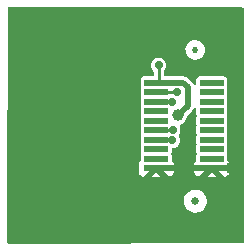
<source format=gbr>
%TF.GenerationSoftware,KiCad,Pcbnew,7.0.5*%
%TF.CreationDate,2023-06-07T18:50:11+03:00*%
%TF.ProjectId,DIRECT_I2C__1,44495245-4354-45f4-9932-435fb1312e6b,rev?*%
%TF.SameCoordinates,Original*%
%TF.FileFunction,Copper,L2,Bot*%
%TF.FilePolarity,Positive*%
%FSLAX46Y46*%
G04 Gerber Fmt 4.6, Leading zero omitted, Abs format (unit mm)*
G04 Created by KiCad (PCBNEW 7.0.5) date 2023-06-07 18:50:11*
%MOMM*%
%LPD*%
G01*
G04 APERTURE LIST*
%TA.AperFunction,SMDPad,CuDef*%
%ADD10R,2.000000X0.500000*%
%TD*%
%TA.AperFunction,ComponentPad*%
%ADD11C,0.675000*%
%TD*%
%TA.AperFunction,ComponentPad*%
%ADD12C,0.525000*%
%TD*%
%TA.AperFunction,ViaPad*%
%ADD13C,1.000000*%
%TD*%
%TA.AperFunction,ViaPad*%
%ADD14C,0.700000*%
%TD*%
%TA.AperFunction,Conductor*%
%ADD15C,0.500000*%
%TD*%
%TA.AperFunction,Conductor*%
%ADD16C,0.250000*%
%TD*%
G04 APERTURE END LIST*
D10*
%TO.P,H1,1*%
%TO.N,GND*%
X117540000Y-92380000D03*
%TO.P,H1,2*%
%TO.N,unconnected-(H1-Pad2)*%
X117540000Y-91580000D03*
%TO.P,H1,3*%
%TO.N,unconnected-(H1-Pad3)*%
X117540000Y-90780000D03*
%TO.P,H1,4*%
%TO.N,/I2C_SDA_OUT*%
X117540000Y-89980000D03*
%TO.P,H1,5*%
%TO.N,/I2C_SCL_OUT*%
X117540000Y-89180000D03*
%TO.P,H1,6*%
%TO.N,unconnected-(H1-Pad6)*%
X117540000Y-88380000D03*
%TO.P,H1,7*%
%TO.N,unconnected-(H1-Pad7)*%
X117540000Y-87580000D03*
%TO.P,H1,8*%
%TO.N,/I2C_SCL*%
X117540000Y-86780000D03*
%TO.P,H1,9*%
%TO.N,/I2C_SDA*%
X117540000Y-85980000D03*
%TO.P,H1,10*%
%TO.N,/VCC3*%
X117540000Y-85180000D03*
%TO.P,H1,11*%
%TO.N,unconnected-(H1-Pad11)*%
X122240000Y-85180000D03*
%TO.P,H1,12*%
%TO.N,unconnected-(H1-Pad12)*%
X122240000Y-85980000D03*
%TO.P,H1,13*%
%TO.N,unconnected-(H1-Pad13)*%
X122240000Y-86780000D03*
%TO.P,H1,14*%
%TO.N,unconnected-(H1-Pad14)*%
X122240000Y-87580000D03*
%TO.P,H1,15*%
%TO.N,unconnected-(H1-Pad15)*%
X122240000Y-88380000D03*
%TO.P,H1,16*%
%TO.N,unconnected-(H1-Pad16)*%
X122240000Y-89180000D03*
%TO.P,H1,17*%
%TO.N,unconnected-(H1-Pad17)*%
X122240000Y-89980000D03*
%TO.P,H1,18*%
%TO.N,unconnected-(H1-Pad18)*%
X122240000Y-90780000D03*
%TO.P,H1,19*%
%TO.N,unconnected-(H1-Pad19)*%
X122240000Y-91580000D03*
%TO.P,H1,20*%
%TO.N,GND*%
X122240000Y-92380000D03*
D11*
%TO.P,H1,MH1*%
%TO.N,N/C*%
X120840000Y-95180000D03*
D12*
%TO.P,H1,MH2*%
X120840000Y-82380000D03*
%TD*%
D13*
%TO.N,/VCC3*%
X119370000Y-87920000D03*
D14*
X117735000Y-83695000D03*
D13*
%TO.N,GND*%
X123830000Y-92380000D03*
D14*
%TO.N,/I2C_SDA*%
X119319199Y-85979500D03*
%TO.N,/I2C_SCL*%
X118910000Y-86780000D03*
%TO.N,/I2C_SCL_OUT*%
X118934698Y-89145953D03*
%TO.N,/I2C_SDA_OUT*%
X118911744Y-90045162D03*
%TD*%
D15*
%TO.N,/VCC3*%
X119410000Y-87920000D02*
X120210000Y-87120000D01*
X120210000Y-87120000D02*
X120210000Y-85560000D01*
X119370000Y-87920000D02*
X119410000Y-87920000D01*
X119830000Y-85180000D02*
X117540000Y-85180000D01*
D16*
X117735000Y-85180000D02*
X119000000Y-85180000D01*
D15*
X120210000Y-85560000D02*
X119830000Y-85180000D01*
X119370000Y-87960000D02*
X119360000Y-87970000D01*
X119360000Y-87970000D02*
X119350000Y-87970000D01*
D16*
X117735000Y-83695000D02*
X117735000Y-85180000D01*
D15*
X119370000Y-87920000D02*
X119370000Y-87960000D01*
%TO.N,GND*%
X117540000Y-92380000D02*
X123830000Y-92380000D01*
D16*
%TO.N,/I2C_SDA*%
X119319199Y-85979500D02*
X119318699Y-85980000D01*
X119318699Y-85980000D02*
X117540000Y-85980000D01*
%TO.N,/I2C_SCL*%
X118910000Y-86780000D02*
X117540000Y-86780000D01*
%TO.N,/I2C_SCL_OUT*%
X117574047Y-89145953D02*
X117540000Y-89180000D01*
X118934698Y-89145953D02*
X117574047Y-89145953D01*
%TO.N,/I2C_SDA_OUT*%
X118911744Y-90045162D02*
X117605162Y-90045162D01*
X117605162Y-90045162D02*
X117540000Y-89980000D01*
%TD*%
%TA.AperFunction,Conductor*%
%TO.N,GND*%
G36*
X124882539Y-78800185D02*
G01*
X124928294Y-78852989D01*
X124939500Y-78904500D01*
X124939500Y-79779531D01*
X124930061Y-98646123D01*
X124910343Y-98713153D01*
X124857516Y-98758881D01*
X124806123Y-98770061D01*
X105939469Y-98779500D01*
X105064500Y-98779500D01*
X104997461Y-98759815D01*
X104951706Y-98707011D01*
X104940500Y-98655500D01*
X104940500Y-97780031D01*
X104941775Y-95229663D01*
X119860728Y-95229663D01*
X119890768Y-95425764D01*
X119890771Y-95425777D01*
X119959673Y-95611815D01*
X119959677Y-95611824D01*
X120064616Y-95780184D01*
X120064621Y-95780191D01*
X120201306Y-95923983D01*
X120201309Y-95923986D01*
X120364146Y-96037324D01*
X120546465Y-96115563D01*
X120740801Y-96155500D01*
X120889474Y-96155500D01*
X121037380Y-96140459D01*
X121109478Y-96117838D01*
X121226678Y-96081067D01*
X121400146Y-95984784D01*
X121550682Y-95855553D01*
X121672122Y-95698666D01*
X121759495Y-95520544D01*
X121809224Y-95328480D01*
X121819272Y-95130337D01*
X121789230Y-94934227D01*
X121720325Y-94748180D01*
X121720322Y-94748175D01*
X121615383Y-94579815D01*
X121615378Y-94579808D01*
X121478693Y-94436016D01*
X121478692Y-94436015D01*
X121315853Y-94322675D01*
X121133535Y-94244437D01*
X120939199Y-94204500D01*
X120790527Y-94204500D01*
X120790526Y-94204500D01*
X120642619Y-94219540D01*
X120453329Y-94278930D01*
X120453320Y-94278934D01*
X120279852Y-94375217D01*
X120279851Y-94375217D01*
X120129319Y-94504445D01*
X120129317Y-94504446D01*
X120007879Y-94661331D01*
X120007877Y-94661335D01*
X119920503Y-94839459D01*
X119870777Y-95031511D01*
X119870776Y-95031517D01*
X119860728Y-95229662D01*
X119860728Y-95229663D01*
X104941775Y-95229663D01*
X104942825Y-93129999D01*
X117143552Y-93129999D01*
X117143553Y-93130000D01*
X117936447Y-93130000D01*
X117936447Y-93129999D01*
X121843552Y-93129999D01*
X121843553Y-93130000D01*
X122636447Y-93130000D01*
X122636447Y-93129999D01*
X122240000Y-92733553D01*
X121843552Y-93129999D01*
X117936447Y-93129999D01*
X117540000Y-92733553D01*
X117143552Y-93129999D01*
X104942825Y-93129999D01*
X104943051Y-92677844D01*
X116040000Y-92677844D01*
X116046401Y-92737372D01*
X116046403Y-92737379D01*
X116096645Y-92872086D01*
X116096649Y-92872093D01*
X116182809Y-92987187D01*
X116182812Y-92987190D01*
X116297906Y-93073350D01*
X116297913Y-93073354D01*
X116432621Y-93123596D01*
X116432626Y-93123598D01*
X116441856Y-93124589D01*
X117399628Y-92166818D01*
X117460951Y-92133333D01*
X117487304Y-92130499D01*
X117592691Y-92130499D01*
X117659729Y-92150184D01*
X117680371Y-92166818D01*
X118638141Y-93124589D01*
X118647374Y-93123598D01*
X118782086Y-93073354D01*
X118782093Y-93073350D01*
X118897187Y-92987190D01*
X118897190Y-92987187D01*
X118983350Y-92872093D01*
X118983354Y-92872086D01*
X119033596Y-92737379D01*
X119033598Y-92737372D01*
X119039999Y-92677844D01*
X119040000Y-92677827D01*
X119040000Y-92082172D01*
X119039999Y-92082155D01*
X119033598Y-92022627D01*
X119033596Y-92022620D01*
X118983354Y-91887913D01*
X118983352Y-91887911D01*
X118897190Y-91772813D01*
X118897185Y-91772807D01*
X118890185Y-91767567D01*
X118848316Y-91711632D01*
X118840499Y-91668306D01*
X118840499Y-91285136D01*
X118840497Y-91285117D01*
X118837586Y-91260013D01*
X118837585Y-91260011D01*
X118837585Y-91260009D01*
X118824371Y-91230083D01*
X118815300Y-91160808D01*
X118824369Y-91129919D01*
X118837585Y-91099991D01*
X118840500Y-91074865D01*
X118840499Y-90819660D01*
X118860183Y-90752623D01*
X118912987Y-90706868D01*
X118964499Y-90695662D01*
X118990729Y-90695662D01*
X119144109Y-90657858D01*
X119283984Y-90584445D01*
X119402227Y-90479692D01*
X119491964Y-90349685D01*
X119547981Y-90201980D01*
X119567022Y-90045162D01*
X119547981Y-89888344D01*
X119491964Y-89740639D01*
X119451918Y-89682623D01*
X119430036Y-89616270D01*
X119447501Y-89548618D01*
X119451903Y-89541767D01*
X119514918Y-89450476D01*
X119570935Y-89302771D01*
X119589976Y-89145953D01*
X119570935Y-88989135D01*
X119518508Y-88850898D01*
X119513142Y-88781237D01*
X119546289Y-88719731D01*
X119593497Y-88689887D01*
X119636419Y-88674868D01*
X119719522Y-88645789D01*
X119872262Y-88549816D01*
X119999816Y-88422262D01*
X120095789Y-88269522D01*
X120155368Y-88099255D01*
X120156960Y-88085131D01*
X120169061Y-87977722D01*
X120196127Y-87913307D01*
X120204590Y-87903933D01*
X120591894Y-87516629D01*
X120593360Y-87515212D01*
X120641044Y-87470680D01*
X120664049Y-87432847D01*
X120667606Y-87427622D01*
X120694361Y-87392342D01*
X120700145Y-87377671D01*
X120743049Y-87322528D01*
X120808957Y-87299334D01*
X120876941Y-87315453D01*
X120925419Y-87365769D01*
X120939500Y-87423161D01*
X120939500Y-87874856D01*
X120939502Y-87874882D01*
X120942413Y-87899985D01*
X120942413Y-87899986D01*
X120942414Y-87899990D01*
X120942415Y-87899991D01*
X120955626Y-87929912D01*
X120955628Y-87929915D01*
X120964697Y-87999194D01*
X120955628Y-88030083D01*
X120942415Y-88060008D01*
X120939500Y-88085131D01*
X120939500Y-88674856D01*
X120939502Y-88674882D01*
X120942413Y-88699985D01*
X120942413Y-88699986D01*
X120942414Y-88699990D01*
X120942415Y-88699991D01*
X120955626Y-88729912D01*
X120955628Y-88729915D01*
X120964697Y-88799194D01*
X120955628Y-88830083D01*
X120942415Y-88860008D01*
X120939500Y-88885131D01*
X120939500Y-89474856D01*
X120939502Y-89474882D01*
X120942413Y-89499985D01*
X120942413Y-89499986D01*
X120942414Y-89499990D01*
X120942415Y-89499991D01*
X120955626Y-89529912D01*
X120955628Y-89529915D01*
X120964697Y-89599194D01*
X120955628Y-89630083D01*
X120942415Y-89660008D01*
X120939500Y-89685131D01*
X120939500Y-90274856D01*
X120939502Y-90274882D01*
X120942413Y-90299985D01*
X120942413Y-90299986D01*
X120942414Y-90299990D01*
X120942415Y-90299991D01*
X120955626Y-90329912D01*
X120955628Y-90329915D01*
X120964697Y-90399194D01*
X120955628Y-90430083D01*
X120942415Y-90460008D01*
X120939500Y-90485131D01*
X120939500Y-91074856D01*
X120939502Y-91074882D01*
X120942413Y-91099985D01*
X120942413Y-91099986D01*
X120942414Y-91099990D01*
X120942415Y-91099991D01*
X120955626Y-91129912D01*
X120955628Y-91129915D01*
X120964697Y-91199194D01*
X120955628Y-91230083D01*
X120942415Y-91260008D01*
X120939500Y-91285131D01*
X120939500Y-91668303D01*
X120919815Y-91735342D01*
X120889815Y-91767566D01*
X120882818Y-91772804D01*
X120882808Y-91772814D01*
X120796649Y-91887906D01*
X120796645Y-91887913D01*
X120746403Y-92022620D01*
X120746401Y-92022627D01*
X120740000Y-92082155D01*
X120740000Y-92677844D01*
X120746401Y-92737372D01*
X120746403Y-92737379D01*
X120796645Y-92872086D01*
X120796649Y-92872093D01*
X120882809Y-92987187D01*
X120882812Y-92987190D01*
X120997906Y-93073350D01*
X120997913Y-93073354D01*
X121132621Y-93123596D01*
X121132626Y-93123598D01*
X121141856Y-93124589D01*
X122099628Y-92166818D01*
X122160951Y-92133333D01*
X122187304Y-92130499D01*
X122292691Y-92130499D01*
X122359729Y-92150184D01*
X122380371Y-92166818D01*
X123338141Y-93124589D01*
X123347374Y-93123598D01*
X123482086Y-93073354D01*
X123482093Y-93073350D01*
X123597187Y-92987190D01*
X123597190Y-92987187D01*
X123683350Y-92872093D01*
X123683354Y-92872086D01*
X123733596Y-92737379D01*
X123733598Y-92737372D01*
X123739999Y-92677844D01*
X123740000Y-92677827D01*
X123740000Y-92082172D01*
X123739999Y-92082155D01*
X123733598Y-92022627D01*
X123733596Y-92022620D01*
X123683354Y-91887913D01*
X123683352Y-91887911D01*
X123597190Y-91772813D01*
X123597185Y-91772807D01*
X123590185Y-91767567D01*
X123548316Y-91711632D01*
X123540499Y-91668306D01*
X123540499Y-91285136D01*
X123540497Y-91285117D01*
X123537586Y-91260012D01*
X123537585Y-91260010D01*
X123537585Y-91260009D01*
X123524373Y-91230087D01*
X123524373Y-91230086D01*
X123515301Y-91160808D01*
X123524374Y-91129912D01*
X123537584Y-91099995D01*
X123537584Y-91099994D01*
X123537584Y-91099993D01*
X123537585Y-91099991D01*
X123540500Y-91074865D01*
X123540499Y-90485136D01*
X123539868Y-90479692D01*
X123537586Y-90460012D01*
X123537585Y-90460010D01*
X123537585Y-90460009D01*
X123530681Y-90444374D01*
X123524373Y-90430086D01*
X123515301Y-90360808D01*
X123524374Y-90329912D01*
X123537584Y-90299995D01*
X123537584Y-90299994D01*
X123537584Y-90299993D01*
X123537585Y-90299991D01*
X123540500Y-90274865D01*
X123540499Y-89685136D01*
X123540208Y-89682624D01*
X123537586Y-89660012D01*
X123537585Y-89660010D01*
X123537585Y-89660009D01*
X123530681Y-89644374D01*
X123524373Y-89630086D01*
X123515301Y-89560808D01*
X123524374Y-89529912D01*
X123537584Y-89499995D01*
X123537584Y-89499994D01*
X123537584Y-89499993D01*
X123537585Y-89499991D01*
X123540500Y-89474865D01*
X123540499Y-88885136D01*
X123540497Y-88885117D01*
X123537586Y-88860012D01*
X123537585Y-88860010D01*
X123537585Y-88860009D01*
X123530681Y-88844374D01*
X123524373Y-88830086D01*
X123515301Y-88760808D01*
X123524374Y-88729912D01*
X123537584Y-88699995D01*
X123537584Y-88699994D01*
X123537584Y-88699993D01*
X123537585Y-88699991D01*
X123540500Y-88674865D01*
X123540499Y-88085136D01*
X123540497Y-88085117D01*
X123537586Y-88060012D01*
X123537585Y-88060010D01*
X123537585Y-88060009D01*
X123530681Y-88044374D01*
X123524373Y-88030086D01*
X123515301Y-87960808D01*
X123524374Y-87929912D01*
X123537584Y-87899995D01*
X123537584Y-87899994D01*
X123537584Y-87899993D01*
X123537585Y-87899991D01*
X123540500Y-87874865D01*
X123540499Y-87285136D01*
X123540497Y-87285117D01*
X123537586Y-87260012D01*
X123537585Y-87260010D01*
X123537585Y-87260009D01*
X123530681Y-87244374D01*
X123524373Y-87230086D01*
X123515301Y-87160808D01*
X123524374Y-87129912D01*
X123537584Y-87099995D01*
X123537584Y-87099994D01*
X123537584Y-87099993D01*
X123537585Y-87099991D01*
X123540500Y-87074865D01*
X123540499Y-86485136D01*
X123540497Y-86485117D01*
X123537586Y-86460012D01*
X123537585Y-86460010D01*
X123537585Y-86460009D01*
X123530681Y-86444374D01*
X123524373Y-86430086D01*
X123515301Y-86360808D01*
X123524374Y-86329912D01*
X123537584Y-86299995D01*
X123537584Y-86299994D01*
X123537584Y-86299993D01*
X123537585Y-86299991D01*
X123540500Y-86274865D01*
X123540499Y-85685136D01*
X123540497Y-85685117D01*
X123537586Y-85660012D01*
X123537585Y-85660010D01*
X123537585Y-85660009D01*
X123530681Y-85644374D01*
X123524373Y-85630086D01*
X123515301Y-85560808D01*
X123524374Y-85529912D01*
X123537584Y-85499995D01*
X123537584Y-85499994D01*
X123537584Y-85499993D01*
X123537585Y-85499991D01*
X123540500Y-85474865D01*
X123540499Y-84885136D01*
X123540497Y-84885117D01*
X123537586Y-84860012D01*
X123537585Y-84860010D01*
X123537585Y-84860009D01*
X123492206Y-84757235D01*
X123412765Y-84677794D01*
X123395854Y-84670327D01*
X123309992Y-84632415D01*
X123284865Y-84629500D01*
X121195143Y-84629500D01*
X121195117Y-84629502D01*
X121170012Y-84632413D01*
X121170008Y-84632415D01*
X121067235Y-84677793D01*
X120987794Y-84757234D01*
X120942415Y-84860006D01*
X120942415Y-84860008D01*
X120939500Y-84885131D01*
X120939500Y-85260660D01*
X120919815Y-85327699D01*
X120867011Y-85373454D01*
X120797853Y-85383398D01*
X120734297Y-85354373D01*
X120707393Y-85321396D01*
X120705225Y-85317537D01*
X120702409Y-85311866D01*
X120684780Y-85271280D01*
X120673454Y-85257359D01*
X120661556Y-85239877D01*
X120652764Y-85224240D01*
X120621472Y-85192948D01*
X120617215Y-85188231D01*
X120589278Y-85153892D01*
X120574613Y-85143540D01*
X120558441Y-85129917D01*
X120226659Y-84798135D01*
X120225187Y-84796612D01*
X120180678Y-84748954D01*
X120142861Y-84725957D01*
X120137610Y-84722383D01*
X120102341Y-84695638D01*
X120102342Y-84695638D01*
X120085642Y-84689052D01*
X120066716Y-84679652D01*
X120051380Y-84670327D01*
X120008758Y-84658384D01*
X120002740Y-84656360D01*
X119961565Y-84640124D01*
X119961556Y-84640122D01*
X119943716Y-84638288D01*
X119922951Y-84634342D01*
X119905669Y-84629500D01*
X119905665Y-84629500D01*
X119861406Y-84629500D01*
X119855064Y-84629175D01*
X119827427Y-84626333D01*
X119811029Y-84624648D01*
X119811024Y-84624648D01*
X119793344Y-84627697D01*
X119772276Y-84629500D01*
X118284500Y-84629500D01*
X118217461Y-84609815D01*
X118171706Y-84557011D01*
X118160500Y-84505500D01*
X118160500Y-84242903D01*
X118180183Y-84175868D01*
X118202270Y-84150093D01*
X118225483Y-84129530D01*
X118315220Y-83999523D01*
X118371237Y-83851818D01*
X118390278Y-83695000D01*
X118371237Y-83538182D01*
X118315220Y-83390477D01*
X118225483Y-83260470D01*
X118107240Y-83155717D01*
X118107238Y-83155716D01*
X118107237Y-83155715D01*
X117967365Y-83082303D01*
X117813986Y-83044500D01*
X117813985Y-83044500D01*
X117656015Y-83044500D01*
X117656014Y-83044500D01*
X117502634Y-83082303D01*
X117362762Y-83155715D01*
X117244516Y-83260471D01*
X117154781Y-83390475D01*
X117154780Y-83390476D01*
X117098762Y-83538181D01*
X117079721Y-83694999D01*
X117079721Y-83695000D01*
X117098762Y-83851818D01*
X117154780Y-83999523D01*
X117154781Y-83999524D01*
X117244515Y-84129528D01*
X117244516Y-84129529D01*
X117244517Y-84129530D01*
X117267727Y-84150092D01*
X117304853Y-84209279D01*
X117309500Y-84242907D01*
X117309500Y-84505500D01*
X117289815Y-84572539D01*
X117237011Y-84618294D01*
X117185500Y-84629500D01*
X116495143Y-84629500D01*
X116495117Y-84629502D01*
X116470012Y-84632413D01*
X116470008Y-84632415D01*
X116367235Y-84677793D01*
X116287794Y-84757234D01*
X116242415Y-84860006D01*
X116242415Y-84860008D01*
X116239500Y-84885131D01*
X116239500Y-85474856D01*
X116239502Y-85474882D01*
X116242413Y-85499985D01*
X116242413Y-85499986D01*
X116242414Y-85499990D01*
X116242415Y-85499991D01*
X116255626Y-85529912D01*
X116255628Y-85529915D01*
X116264697Y-85599194D01*
X116255628Y-85630083D01*
X116242415Y-85660008D01*
X116239500Y-85685131D01*
X116239500Y-86274856D01*
X116239502Y-86274882D01*
X116242413Y-86299985D01*
X116242413Y-86299986D01*
X116242414Y-86299990D01*
X116242415Y-86299991D01*
X116255626Y-86329912D01*
X116255628Y-86329915D01*
X116264697Y-86399194D01*
X116255628Y-86430083D01*
X116242415Y-86460008D01*
X116239500Y-86485131D01*
X116239500Y-87074856D01*
X116239502Y-87074882D01*
X116242413Y-87099985D01*
X116242413Y-87099986D01*
X116242414Y-87099990D01*
X116242415Y-87099991D01*
X116255626Y-87129912D01*
X116255628Y-87129915D01*
X116264697Y-87199194D01*
X116255628Y-87230083D01*
X116242415Y-87260008D01*
X116239500Y-87285131D01*
X116239500Y-87874856D01*
X116239502Y-87874882D01*
X116242413Y-87899985D01*
X116242413Y-87899986D01*
X116242414Y-87899990D01*
X116242415Y-87899991D01*
X116255626Y-87929912D01*
X116255628Y-87929915D01*
X116264697Y-87999194D01*
X116255628Y-88030083D01*
X116242415Y-88060008D01*
X116239500Y-88085131D01*
X116239500Y-88674856D01*
X116239502Y-88674882D01*
X116242413Y-88699985D01*
X116242413Y-88699986D01*
X116242414Y-88699990D01*
X116242415Y-88699991D01*
X116255626Y-88729912D01*
X116255628Y-88729915D01*
X116264697Y-88799194D01*
X116255628Y-88830083D01*
X116242415Y-88860008D01*
X116239500Y-88885131D01*
X116239500Y-89474856D01*
X116239502Y-89474882D01*
X116242413Y-89499985D01*
X116242413Y-89499986D01*
X116242414Y-89499990D01*
X116242415Y-89499991D01*
X116255626Y-89529912D01*
X116255628Y-89529915D01*
X116264697Y-89599194D01*
X116255628Y-89630083D01*
X116242415Y-89660008D01*
X116239500Y-89685131D01*
X116239500Y-90274856D01*
X116239502Y-90274882D01*
X116242413Y-90299985D01*
X116242413Y-90299986D01*
X116242414Y-90299990D01*
X116242415Y-90299991D01*
X116255626Y-90329912D01*
X116255628Y-90329915D01*
X116264697Y-90399194D01*
X116255628Y-90430083D01*
X116242415Y-90460008D01*
X116239500Y-90485131D01*
X116239500Y-91074856D01*
X116239502Y-91074882D01*
X116242413Y-91099985D01*
X116242413Y-91099986D01*
X116242414Y-91099990D01*
X116242415Y-91099991D01*
X116255626Y-91129912D01*
X116255628Y-91129915D01*
X116264697Y-91199194D01*
X116255628Y-91230083D01*
X116242415Y-91260008D01*
X116239500Y-91285131D01*
X116239500Y-91668303D01*
X116219815Y-91735342D01*
X116189815Y-91767566D01*
X116182818Y-91772804D01*
X116182808Y-91772814D01*
X116096649Y-91887906D01*
X116096645Y-91887913D01*
X116046403Y-92022620D01*
X116046401Y-92022627D01*
X116040000Y-92082155D01*
X116040000Y-92677844D01*
X104943051Y-92677844D01*
X104948223Y-82335048D01*
X120010850Y-82335048D01*
X120020571Y-82514338D01*
X120020571Y-82514343D01*
X120068605Y-82687348D01*
X120068608Y-82687354D01*
X120152714Y-82845993D01*
X120268955Y-82982842D01*
X120268956Y-82982843D01*
X120411901Y-83091507D01*
X120574862Y-83166901D01*
X120574863Y-83166901D01*
X120574865Y-83166902D01*
X120628065Y-83178611D01*
X120750221Y-83205500D01*
X120750224Y-83205500D01*
X120884755Y-83205500D01*
X120884760Y-83205500D01*
X121018505Y-83190954D01*
X121188662Y-83133622D01*
X121342517Y-83041050D01*
X121472875Y-82917569D01*
X121573640Y-82768951D01*
X121640101Y-82602147D01*
X121669150Y-82424955D01*
X121659429Y-82245661D01*
X121611393Y-82072649D01*
X121527286Y-81914008D01*
X121527285Y-81914006D01*
X121411044Y-81777157D01*
X121268099Y-81668493D01*
X121105138Y-81593099D01*
X121105134Y-81593097D01*
X120929779Y-81554500D01*
X120795240Y-81554500D01*
X120795238Y-81554500D01*
X120661496Y-81569045D01*
X120661489Y-81569047D01*
X120491339Y-81626377D01*
X120491336Y-81626379D01*
X120337482Y-81718950D01*
X120207123Y-81842431D01*
X120106358Y-81991051D01*
X120106357Y-81991053D01*
X120039900Y-82157847D01*
X120010850Y-82335048D01*
X104948223Y-82335048D01*
X104949938Y-78904438D01*
X104969656Y-78837408D01*
X105022483Y-78791680D01*
X105073938Y-78780500D01*
X124815500Y-78780500D01*
X124882539Y-78800185D01*
G37*
%TD.AperFunction*%
%TD*%
M02*

</source>
